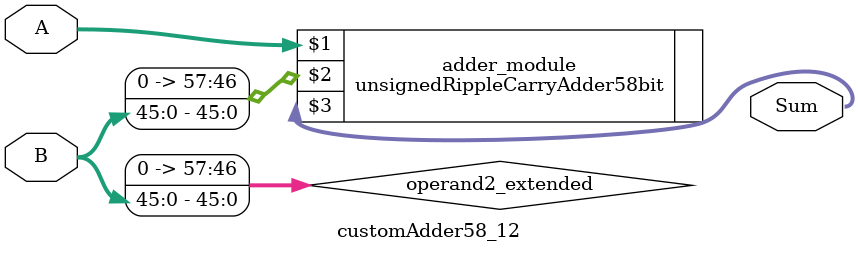
<source format=v>
module customAdder58_12(
                        input [57 : 0] A,
                        input [45 : 0] B,
                        
                        output [58 : 0] Sum
                );

        wire [57 : 0] operand2_extended;
        
        assign operand2_extended =  {12'b0, B};
        
        unsignedRippleCarryAdder58bit adder_module(
            A,
            operand2_extended,
            Sum
        );
        
        endmodule
        
</source>
